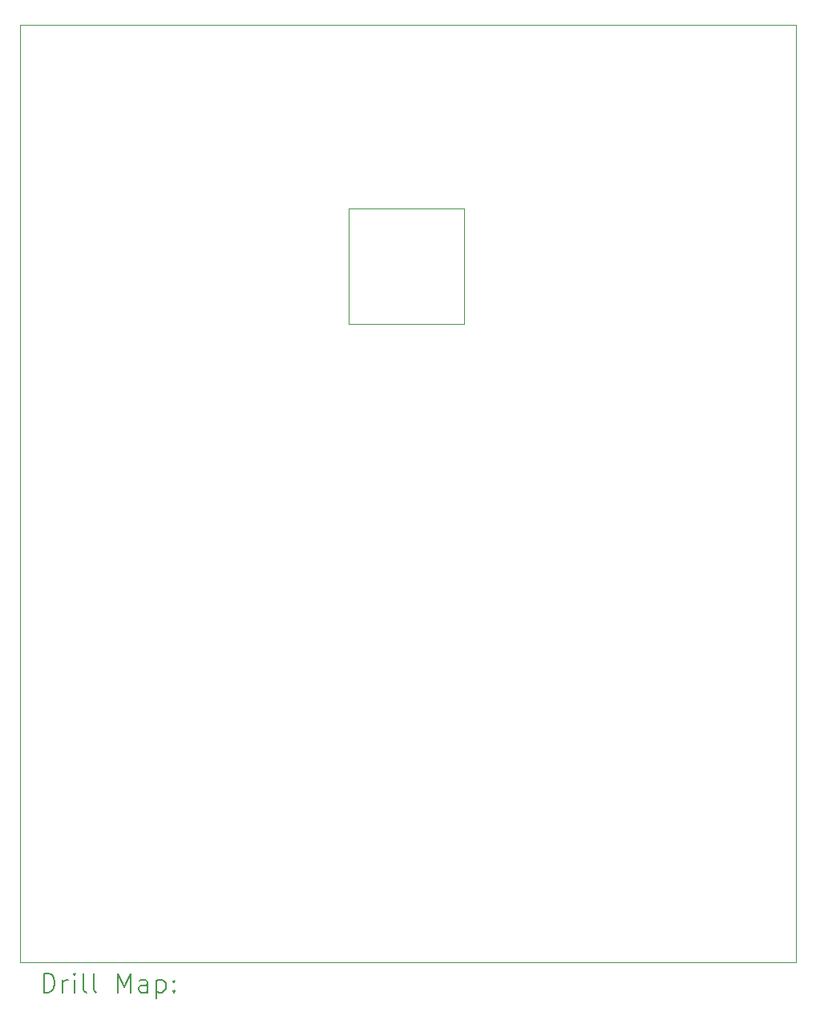
<source format=gbr>
%FSLAX45Y45*%
G04 Gerber Fmt 4.5, Leading zero omitted, Abs format (unit mm)*
G04 Created by KiCad (PCBNEW (6.0.5)) date 2022-07-09 20:44:15*
%MOMM*%
%LPD*%
G01*
G04 APERTURE LIST*
%TA.AperFunction,Profile*%
%ADD10C,0.100000*%
%TD*%
%ADD11C,0.200000*%
G04 APERTURE END LIST*
D10*
X10762000Y-4365000D02*
X18962000Y-4365000D01*
X18962000Y-14265000D02*
X10762000Y-14265000D01*
X18962000Y-4365000D02*
X18962000Y-14265000D01*
X10762000Y-14265000D02*
X10762000Y-4365000D01*
X15456000Y-7523000D02*
X15456000Y-6303000D01*
X14236000Y-6303000D02*
X15456000Y-6303000D01*
X14236000Y-7523000D02*
X15456000Y-7523000D01*
X14236000Y-6303000D02*
X14236000Y-7523000D01*
D11*
X11014619Y-14580476D02*
X11014619Y-14380476D01*
X11062238Y-14380476D01*
X11090810Y-14390000D01*
X11109857Y-14409048D01*
X11119381Y-14428095D01*
X11128905Y-14466190D01*
X11128905Y-14494762D01*
X11119381Y-14532857D01*
X11109857Y-14551905D01*
X11090810Y-14570952D01*
X11062238Y-14580476D01*
X11014619Y-14580476D01*
X11214619Y-14580476D02*
X11214619Y-14447143D01*
X11214619Y-14485238D02*
X11224143Y-14466190D01*
X11233667Y-14456667D01*
X11252714Y-14447143D01*
X11271762Y-14447143D01*
X11338428Y-14580476D02*
X11338428Y-14447143D01*
X11338428Y-14380476D02*
X11328905Y-14390000D01*
X11338428Y-14399524D01*
X11347952Y-14390000D01*
X11338428Y-14380476D01*
X11338428Y-14399524D01*
X11462238Y-14580476D02*
X11443190Y-14570952D01*
X11433667Y-14551905D01*
X11433667Y-14380476D01*
X11567000Y-14580476D02*
X11547952Y-14570952D01*
X11538428Y-14551905D01*
X11538428Y-14380476D01*
X11795571Y-14580476D02*
X11795571Y-14380476D01*
X11862238Y-14523333D01*
X11928905Y-14380476D01*
X11928905Y-14580476D01*
X12109857Y-14580476D02*
X12109857Y-14475714D01*
X12100333Y-14456667D01*
X12081286Y-14447143D01*
X12043190Y-14447143D01*
X12024143Y-14456667D01*
X12109857Y-14570952D02*
X12090809Y-14580476D01*
X12043190Y-14580476D01*
X12024143Y-14570952D01*
X12014619Y-14551905D01*
X12014619Y-14532857D01*
X12024143Y-14513809D01*
X12043190Y-14504286D01*
X12090809Y-14504286D01*
X12109857Y-14494762D01*
X12205095Y-14447143D02*
X12205095Y-14647143D01*
X12205095Y-14456667D02*
X12224143Y-14447143D01*
X12262238Y-14447143D01*
X12281286Y-14456667D01*
X12290809Y-14466190D01*
X12300333Y-14485238D01*
X12300333Y-14542381D01*
X12290809Y-14561428D01*
X12281286Y-14570952D01*
X12262238Y-14580476D01*
X12224143Y-14580476D01*
X12205095Y-14570952D01*
X12386048Y-14561428D02*
X12395571Y-14570952D01*
X12386048Y-14580476D01*
X12376524Y-14570952D01*
X12386048Y-14561428D01*
X12386048Y-14580476D01*
X12386048Y-14456667D02*
X12395571Y-14466190D01*
X12386048Y-14475714D01*
X12376524Y-14466190D01*
X12386048Y-14456667D01*
X12386048Y-14475714D01*
M02*

</source>
